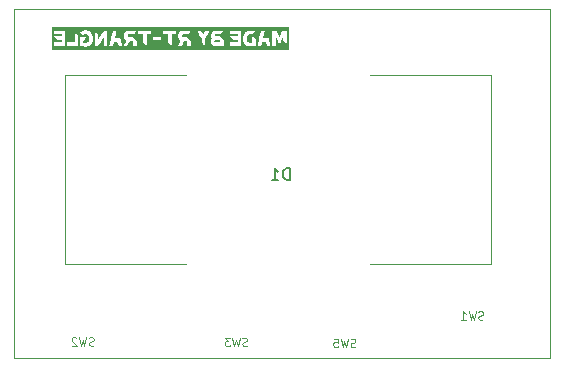
<source format=gbr>
%TF.GenerationSoftware,KiCad,Pcbnew,7.0.6*%
%TF.CreationDate,2024-03-03T22:58:42+08:00*%
%TF.ProjectId,Digital Clock,44696769-7461-46c2-9043-6c6f636b2e6b,_____*%
%TF.SameCoordinates,Original*%
%TF.FileFunction,Legend,Bot*%
%TF.FilePolarity,Positive*%
%FSLAX46Y46*%
G04 Gerber Fmt 4.6, Leading zero omitted, Abs format (unit mm)*
G04 Created by KiCad (PCBNEW 7.0.6) date 2024-03-03 22:58:42*
%MOMM*%
%LPD*%
G01*
G04 APERTURE LIST*
%ADD10C,0.100000*%
%ADD11C,0.150000*%
%ADD12C,0.120000*%
%ADD13C,0.650000*%
%ADD14O,2.090000X0.930000*%
%ADD15R,0.600000X1.200000*%
%ADD16R,0.650000X1.300000*%
%ADD17R,0.400000X0.650000*%
%ADD18C,1.000000*%
%ADD19R,2.200000X2.450000*%
%TA.AperFunction,Profile*%
%ADD20C,0.100000*%
%TD*%
G04 APERTURE END LIST*
D10*
X50158533Y-47859500D02*
X50058533Y-47892833D01*
X50058533Y-47892833D02*
X49891867Y-47892833D01*
X49891867Y-47892833D02*
X49825200Y-47859500D01*
X49825200Y-47859500D02*
X49791867Y-47826166D01*
X49791867Y-47826166D02*
X49758533Y-47759500D01*
X49758533Y-47759500D02*
X49758533Y-47692833D01*
X49758533Y-47692833D02*
X49791867Y-47626166D01*
X49791867Y-47626166D02*
X49825200Y-47592833D01*
X49825200Y-47592833D02*
X49891867Y-47559500D01*
X49891867Y-47559500D02*
X50025200Y-47526166D01*
X50025200Y-47526166D02*
X50091867Y-47492833D01*
X50091867Y-47492833D02*
X50125200Y-47459500D01*
X50125200Y-47459500D02*
X50158533Y-47392833D01*
X50158533Y-47392833D02*
X50158533Y-47326166D01*
X50158533Y-47326166D02*
X50125200Y-47259500D01*
X50125200Y-47259500D02*
X50091867Y-47226166D01*
X50091867Y-47226166D02*
X50025200Y-47192833D01*
X50025200Y-47192833D02*
X49858533Y-47192833D01*
X49858533Y-47192833D02*
X49758533Y-47226166D01*
X49525200Y-47192833D02*
X49358533Y-47892833D01*
X49358533Y-47892833D02*
X49225200Y-47392833D01*
X49225200Y-47392833D02*
X49091866Y-47892833D01*
X49091866Y-47892833D02*
X48925200Y-47192833D01*
X48691866Y-47259500D02*
X48658533Y-47226166D01*
X48658533Y-47226166D02*
X48591866Y-47192833D01*
X48591866Y-47192833D02*
X48425200Y-47192833D01*
X48425200Y-47192833D02*
X48358533Y-47226166D01*
X48358533Y-47226166D02*
X48325200Y-47259500D01*
X48325200Y-47259500D02*
X48291866Y-47326166D01*
X48291866Y-47326166D02*
X48291866Y-47392833D01*
X48291866Y-47392833D02*
X48325200Y-47492833D01*
X48325200Y-47492833D02*
X48725200Y-47892833D01*
X48725200Y-47892833D02*
X48291866Y-47892833D01*
X72307333Y-47961100D02*
X72207333Y-47994433D01*
X72207333Y-47994433D02*
X72040667Y-47994433D01*
X72040667Y-47994433D02*
X71974000Y-47961100D01*
X71974000Y-47961100D02*
X71940667Y-47927766D01*
X71940667Y-47927766D02*
X71907333Y-47861100D01*
X71907333Y-47861100D02*
X71907333Y-47794433D01*
X71907333Y-47794433D02*
X71940667Y-47727766D01*
X71940667Y-47727766D02*
X71974000Y-47694433D01*
X71974000Y-47694433D02*
X72040667Y-47661100D01*
X72040667Y-47661100D02*
X72174000Y-47627766D01*
X72174000Y-47627766D02*
X72240667Y-47594433D01*
X72240667Y-47594433D02*
X72274000Y-47561100D01*
X72274000Y-47561100D02*
X72307333Y-47494433D01*
X72307333Y-47494433D02*
X72307333Y-47427766D01*
X72307333Y-47427766D02*
X72274000Y-47361100D01*
X72274000Y-47361100D02*
X72240667Y-47327766D01*
X72240667Y-47327766D02*
X72174000Y-47294433D01*
X72174000Y-47294433D02*
X72007333Y-47294433D01*
X72007333Y-47294433D02*
X71907333Y-47327766D01*
X71674000Y-47294433D02*
X71507333Y-47994433D01*
X71507333Y-47994433D02*
X71374000Y-47494433D01*
X71374000Y-47494433D02*
X71240666Y-47994433D01*
X71240666Y-47994433D02*
X71074000Y-47294433D01*
X70474000Y-47294433D02*
X70807333Y-47294433D01*
X70807333Y-47294433D02*
X70840666Y-47627766D01*
X70840666Y-47627766D02*
X70807333Y-47594433D01*
X70807333Y-47594433D02*
X70740666Y-47561100D01*
X70740666Y-47561100D02*
X70574000Y-47561100D01*
X70574000Y-47561100D02*
X70507333Y-47594433D01*
X70507333Y-47594433D02*
X70474000Y-47627766D01*
X70474000Y-47627766D02*
X70440666Y-47694433D01*
X70440666Y-47694433D02*
X70440666Y-47861100D01*
X70440666Y-47861100D02*
X70474000Y-47927766D01*
X70474000Y-47927766D02*
X70507333Y-47961100D01*
X70507333Y-47961100D02*
X70574000Y-47994433D01*
X70574000Y-47994433D02*
X70740666Y-47994433D01*
X70740666Y-47994433D02*
X70807333Y-47961100D01*
X70807333Y-47961100D02*
X70840666Y-47927766D01*
D11*
X66748094Y-33854819D02*
X66748094Y-32854819D01*
X66748094Y-32854819D02*
X66509999Y-32854819D01*
X66509999Y-32854819D02*
X66367142Y-32902438D01*
X66367142Y-32902438D02*
X66271904Y-32997676D01*
X66271904Y-32997676D02*
X66224285Y-33092914D01*
X66224285Y-33092914D02*
X66176666Y-33283390D01*
X66176666Y-33283390D02*
X66176666Y-33426247D01*
X66176666Y-33426247D02*
X66224285Y-33616723D01*
X66224285Y-33616723D02*
X66271904Y-33711961D01*
X66271904Y-33711961D02*
X66367142Y-33807200D01*
X66367142Y-33807200D02*
X66509999Y-33854819D01*
X66509999Y-33854819D02*
X66748094Y-33854819D01*
X65224285Y-33854819D02*
X65795713Y-33854819D01*
X65509999Y-33854819D02*
X65509999Y-32854819D01*
X65509999Y-32854819D02*
X65605237Y-32997676D01*
X65605237Y-32997676D02*
X65700475Y-33092914D01*
X65700475Y-33092914D02*
X65795713Y-33140533D01*
D10*
X83127733Y-45649700D02*
X83027733Y-45683033D01*
X83027733Y-45683033D02*
X82861067Y-45683033D01*
X82861067Y-45683033D02*
X82794400Y-45649700D01*
X82794400Y-45649700D02*
X82761067Y-45616366D01*
X82761067Y-45616366D02*
X82727733Y-45549700D01*
X82727733Y-45549700D02*
X82727733Y-45483033D01*
X82727733Y-45483033D02*
X82761067Y-45416366D01*
X82761067Y-45416366D02*
X82794400Y-45383033D01*
X82794400Y-45383033D02*
X82861067Y-45349700D01*
X82861067Y-45349700D02*
X82994400Y-45316366D01*
X82994400Y-45316366D02*
X83061067Y-45283033D01*
X83061067Y-45283033D02*
X83094400Y-45249700D01*
X83094400Y-45249700D02*
X83127733Y-45183033D01*
X83127733Y-45183033D02*
X83127733Y-45116366D01*
X83127733Y-45116366D02*
X83094400Y-45049700D01*
X83094400Y-45049700D02*
X83061067Y-45016366D01*
X83061067Y-45016366D02*
X82994400Y-44983033D01*
X82994400Y-44983033D02*
X82827733Y-44983033D01*
X82827733Y-44983033D02*
X82727733Y-45016366D01*
X82494400Y-44983033D02*
X82327733Y-45683033D01*
X82327733Y-45683033D02*
X82194400Y-45183033D01*
X82194400Y-45183033D02*
X82061066Y-45683033D01*
X82061066Y-45683033D02*
X81894400Y-44983033D01*
X81261066Y-45683033D02*
X81661066Y-45683033D01*
X81461066Y-45683033D02*
X81461066Y-44983033D01*
X81461066Y-44983033D02*
X81527733Y-45083033D01*
X81527733Y-45083033D02*
X81594400Y-45149700D01*
X81594400Y-45149700D02*
X81661066Y-45183033D01*
X63137933Y-47884900D02*
X63037933Y-47918233D01*
X63037933Y-47918233D02*
X62871267Y-47918233D01*
X62871267Y-47918233D02*
X62804600Y-47884900D01*
X62804600Y-47884900D02*
X62771267Y-47851566D01*
X62771267Y-47851566D02*
X62737933Y-47784900D01*
X62737933Y-47784900D02*
X62737933Y-47718233D01*
X62737933Y-47718233D02*
X62771267Y-47651566D01*
X62771267Y-47651566D02*
X62804600Y-47618233D01*
X62804600Y-47618233D02*
X62871267Y-47584900D01*
X62871267Y-47584900D02*
X63004600Y-47551566D01*
X63004600Y-47551566D02*
X63071267Y-47518233D01*
X63071267Y-47518233D02*
X63104600Y-47484900D01*
X63104600Y-47484900D02*
X63137933Y-47418233D01*
X63137933Y-47418233D02*
X63137933Y-47351566D01*
X63137933Y-47351566D02*
X63104600Y-47284900D01*
X63104600Y-47284900D02*
X63071267Y-47251566D01*
X63071267Y-47251566D02*
X63004600Y-47218233D01*
X63004600Y-47218233D02*
X62837933Y-47218233D01*
X62837933Y-47218233D02*
X62737933Y-47251566D01*
X62504600Y-47218233D02*
X62337933Y-47918233D01*
X62337933Y-47918233D02*
X62204600Y-47418233D01*
X62204600Y-47418233D02*
X62071266Y-47918233D01*
X62071266Y-47918233D02*
X61904600Y-47218233D01*
X61704600Y-47218233D02*
X61271266Y-47218233D01*
X61271266Y-47218233D02*
X61504600Y-47484900D01*
X61504600Y-47484900D02*
X61404600Y-47484900D01*
X61404600Y-47484900D02*
X61337933Y-47518233D01*
X61337933Y-47518233D02*
X61304600Y-47551566D01*
X61304600Y-47551566D02*
X61271266Y-47618233D01*
X61271266Y-47618233D02*
X61271266Y-47784900D01*
X61271266Y-47784900D02*
X61304600Y-47851566D01*
X61304600Y-47851566D02*
X61337933Y-47884900D01*
X61337933Y-47884900D02*
X61404600Y-47918233D01*
X61404600Y-47918233D02*
X61604600Y-47918233D01*
X61604600Y-47918233D02*
X61671266Y-47884900D01*
X61671266Y-47884900D02*
X61704600Y-47851566D01*
D12*
%TO.C,D1*%
X83760000Y-40970000D02*
X73560000Y-40970000D01*
X83760000Y-24970000D02*
X83760000Y-40970000D01*
X83760000Y-24970000D02*
X73560000Y-24970000D01*
X57960000Y-40970000D02*
X47760000Y-40970000D01*
X57960000Y-24970000D02*
X47760000Y-24970000D01*
X47760000Y-24970000D02*
X47760000Y-40970000D01*
%TO.C,G1*%
G36*
X60870527Y-22213117D02*
G01*
X60664386Y-22212107D01*
X60458246Y-22211097D01*
X60438714Y-22201935D01*
X60426894Y-22195575D01*
X60406256Y-22179392D01*
X60390774Y-22159625D01*
X60381045Y-22137149D01*
X60377669Y-22112838D01*
X60378493Y-22100744D01*
X60385058Y-22077223D01*
X60397683Y-22055966D01*
X60415768Y-22037847D01*
X60438714Y-22023740D01*
X60458246Y-22014579D01*
X60664386Y-22013569D01*
X60870527Y-22012559D01*
X60870527Y-22213117D01*
G37*
G36*
X66660000Y-22347799D02*
G01*
X66660000Y-22525468D01*
X66660000Y-22869083D01*
X46660000Y-22869083D01*
X46660000Y-22525176D01*
X46814386Y-22525176D01*
X47751229Y-22525176D01*
X47895088Y-22525176D01*
X48835439Y-22525176D01*
X48975790Y-22525176D01*
X49085875Y-22525176D01*
X49104549Y-22525192D01*
X49133294Y-22525322D01*
X49156233Y-22525607D01*
X49174148Y-22526081D01*
X49187818Y-22526779D01*
X49198024Y-22527732D01*
X49205545Y-22528974D01*
X49211162Y-22530540D01*
X49223596Y-22534136D01*
X49242268Y-22538334D01*
X49265456Y-22542748D01*
X49291897Y-22547153D01*
X49320324Y-22551325D01*
X49349474Y-22555039D01*
X49360659Y-22556249D01*
X49387322Y-22558511D01*
X49416233Y-22560270D01*
X49445856Y-22561486D01*
X49474652Y-22562117D01*
X49501083Y-22562125D01*
X49523613Y-22561466D01*
X49540702Y-22560102D01*
X49564272Y-22556778D01*
X49628895Y-22543415D01*
X49689643Y-22524254D01*
X49746704Y-22499205D01*
X49800265Y-22468177D01*
X49850514Y-22431079D01*
X49897637Y-22387822D01*
X49904947Y-22380270D01*
X49948163Y-22329831D01*
X49985826Y-22275206D01*
X50017872Y-22216567D01*
X50044235Y-22154086D01*
X50064852Y-22087935D01*
X50079657Y-22018286D01*
X50088588Y-21945311D01*
X50091579Y-21869182D01*
X50235439Y-21869182D01*
X50235439Y-22525250D01*
X50386562Y-22524336D01*
X50537684Y-22523421D01*
X50776912Y-22134952D01*
X51016141Y-21746483D01*
X51017033Y-22135829D01*
X51017926Y-22525176D01*
X51323158Y-22525176D01*
X51466200Y-22525176D01*
X51781548Y-22525176D01*
X51823078Y-22350590D01*
X51825128Y-22341976D01*
X51833202Y-22308084D01*
X51840825Y-22276147D01*
X51847831Y-22246861D01*
X51854052Y-22220921D01*
X51859321Y-22199025D01*
X51863470Y-22181869D01*
X51866333Y-22170149D01*
X51867743Y-22164562D01*
X51870877Y-22153119D01*
X52020608Y-22154034D01*
X52170338Y-22154949D01*
X52258246Y-22525159D01*
X52415644Y-22525167D01*
X52573042Y-22525176D01*
X52684170Y-22525176D01*
X52836121Y-22525061D01*
X52988071Y-22524947D01*
X53215103Y-22093537D01*
X53498597Y-22093537D01*
X53498597Y-22525176D01*
X53800351Y-22525176D01*
X57263118Y-22525176D01*
X57567018Y-22524970D01*
X57680530Y-22309253D01*
X57794042Y-22093537D01*
X58077544Y-22093537D01*
X58077544Y-22525176D01*
X58379299Y-22525176D01*
X58379299Y-22094869D01*
X58234759Y-21938041D01*
X58090220Y-21781213D01*
X57900406Y-21781213D01*
X57856295Y-21781193D01*
X57818596Y-21781102D01*
X57786702Y-21780890D01*
X57760009Y-21780511D01*
X57737909Y-21779914D01*
X57719798Y-21779053D01*
X57705069Y-21777878D01*
X57693116Y-21776341D01*
X57683334Y-21774395D01*
X57675117Y-21771990D01*
X57667858Y-21769079D01*
X57660953Y-21765613D01*
X57653794Y-21761543D01*
X57643343Y-21754389D01*
X57625412Y-21736297D01*
X57611287Y-21713981D01*
X57601437Y-21688814D01*
X57596327Y-21662171D01*
X57596426Y-21635423D01*
X57602200Y-21609945D01*
X57604520Y-21604038D01*
X57617797Y-21580424D01*
X57635833Y-21559484D01*
X57657190Y-21542661D01*
X57680431Y-21531399D01*
X57682793Y-21530829D01*
X57689889Y-21529930D01*
X57701141Y-21529119D01*
X57716907Y-21528387D01*
X57737546Y-21527726D01*
X57763414Y-21527127D01*
X57794869Y-21526580D01*
X57832269Y-21526077D01*
X57875972Y-21525607D01*
X57926334Y-21525163D01*
X58159334Y-21523283D01*
X58255314Y-21388176D01*
X58272313Y-21364246D01*
X58291615Y-21337067D01*
X58309724Y-21311561D01*
X58326162Y-21288404D01*
X58340450Y-21268268D01*
X58352109Y-21251830D01*
X58360660Y-21239764D01*
X58365625Y-21232744D01*
X58378428Y-21214583D01*
X58919650Y-21214583D01*
X58919685Y-21214687D01*
X58921810Y-21218826D01*
X58927058Y-21228667D01*
X58935214Y-21243811D01*
X58946062Y-21263862D01*
X58959386Y-21288423D01*
X58974971Y-21317096D01*
X58992601Y-21349485D01*
X59012059Y-21385194D01*
X59033130Y-21423824D01*
X59055598Y-21464980D01*
X59079246Y-21508263D01*
X59103860Y-21553278D01*
X59288071Y-21890041D01*
X59288073Y-22193551D01*
X59435721Y-22354977D01*
X59439768Y-22359400D01*
X59465658Y-22387703D01*
X59490119Y-22414437D01*
X59512737Y-22439151D01*
X59533099Y-22461393D01*
X59550791Y-22480712D01*
X59565400Y-22496657D01*
X59576513Y-22508777D01*
X59583716Y-22516621D01*
X59586597Y-22519736D01*
X59586728Y-22519690D01*
X59587274Y-22515265D01*
X59587776Y-22504190D01*
X59588231Y-22486763D01*
X59588635Y-22463284D01*
X59588985Y-22434051D01*
X59589279Y-22399364D01*
X59589513Y-22359523D01*
X59589684Y-22314826D01*
X59589789Y-22265572D01*
X59589825Y-22212062D01*
X59589825Y-21901053D01*
X59745956Y-21617798D01*
X60081232Y-21617798D01*
X60083975Y-21662580D01*
X60090462Y-21706120D01*
X60100629Y-21746493D01*
X60104765Y-21758499D01*
X60112514Y-21778036D01*
X60121660Y-21798793D01*
X60131288Y-21818805D01*
X60140480Y-21836107D01*
X60148320Y-21848732D01*
X60148970Y-21849664D01*
X60153079Y-21856785D01*
X60154135Y-21861100D01*
X60153830Y-21861702D01*
X60150741Y-21867144D01*
X60145236Y-21876529D01*
X60138259Y-21888246D01*
X60124993Y-21912699D01*
X60107045Y-21955527D01*
X60093284Y-22002076D01*
X60084205Y-22050859D01*
X60082635Y-22067958D01*
X60081778Y-22091469D01*
X60081811Y-22117712D01*
X60082668Y-22144743D01*
X60084285Y-22170614D01*
X60086597Y-22193381D01*
X60089540Y-22211097D01*
X60097500Y-22242168D01*
X60115681Y-22293257D01*
X60139091Y-22339914D01*
X60167538Y-22381938D01*
X60200833Y-22419129D01*
X60238782Y-22451283D01*
X60281196Y-22478200D01*
X60327882Y-22499679D01*
X60378649Y-22515517D01*
X60382396Y-22516422D01*
X60387252Y-22517501D01*
X60392402Y-22518457D01*
X60398267Y-22519301D01*
X60405266Y-22520040D01*
X60413820Y-22520685D01*
X60424349Y-22521243D01*
X60437274Y-22521724D01*
X60453013Y-22522136D01*
X60471989Y-22522489D01*
X60494620Y-22522791D01*
X60521328Y-22523051D01*
X60552532Y-22523279D01*
X60588652Y-22523482D01*
X60630109Y-22523671D01*
X60677323Y-22523853D01*
X60730714Y-22524038D01*
X60790702Y-22524234D01*
X61172281Y-22525468D01*
X61172281Y-22013020D01*
X61029165Y-21857638D01*
X60886049Y-21702255D01*
X60672148Y-21700360D01*
X60648254Y-21700142D01*
X60605650Y-21699707D01*
X60569313Y-21699261D01*
X60538743Y-21698788D01*
X60513439Y-21698273D01*
X60492901Y-21697701D01*
X60476631Y-21697057D01*
X60464126Y-21696325D01*
X60454888Y-21695491D01*
X60448416Y-21694538D01*
X60444211Y-21693453D01*
X60431984Y-21687115D01*
X60417433Y-21675713D01*
X60403802Y-21661624D01*
X60392898Y-21646742D01*
X60386530Y-21632964D01*
X60386135Y-21631502D01*
X60383272Y-21609770D01*
X60386791Y-21589779D01*
X60396904Y-21570907D01*
X60413823Y-21552530D01*
X60417067Y-21549580D01*
X60421915Y-21545200D01*
X60426537Y-21541427D01*
X60431451Y-21538211D01*
X60437173Y-21535503D01*
X60444221Y-21533254D01*
X60453112Y-21531414D01*
X60464364Y-21529935D01*
X60478495Y-21528766D01*
X60496020Y-21527859D01*
X60517459Y-21527165D01*
X60543328Y-21526635D01*
X60574145Y-21526218D01*
X60610426Y-21525866D01*
X60652690Y-21525530D01*
X60701454Y-21525160D01*
X60944662Y-21523283D01*
X61058069Y-21368875D01*
X61171477Y-21214468D01*
X60814861Y-21213469D01*
X60750148Y-21213326D01*
X60689191Y-21213272D01*
X60634055Y-21213311D01*
X60584888Y-21213444D01*
X60541840Y-21213668D01*
X60505061Y-21213983D01*
X60474701Y-21214388D01*
X60450909Y-21214881D01*
X60433835Y-21215463D01*
X60423628Y-21216130D01*
X60410981Y-21217654D01*
X60407720Y-21218047D01*
X60368385Y-21225296D01*
X60332169Y-21236134D01*
X60296610Y-21251242D01*
X60267988Y-21266467D01*
X60226054Y-21294720D01*
X60189303Y-21327610D01*
X60157657Y-21365233D01*
X60131038Y-21407689D01*
X60109368Y-21455076D01*
X60092569Y-21507491D01*
X60087239Y-21532196D01*
X60082299Y-21573695D01*
X60081232Y-21617798D01*
X59745956Y-21617798D01*
X59775770Y-21563708D01*
X59779453Y-21557027D01*
X59804212Y-21512106D01*
X59828027Y-21468895D01*
X59850675Y-21427797D01*
X59871935Y-21389215D01*
X59891585Y-21353552D01*
X59909401Y-21321212D01*
X59925163Y-21292598D01*
X59938647Y-21268114D01*
X59949632Y-21248162D01*
X59957895Y-21233147D01*
X59963214Y-21223471D01*
X59965367Y-21219538D01*
X59965596Y-21219100D01*
X59966092Y-21217654D01*
X59965635Y-21216445D01*
X59963672Y-21215452D01*
X59959652Y-21214653D01*
X59953025Y-21214029D01*
X59943239Y-21213558D01*
X59929743Y-21213219D01*
X59911986Y-21212991D01*
X59889415Y-21212853D01*
X59861481Y-21212785D01*
X59827632Y-21212765D01*
X59787317Y-21212773D01*
X59605615Y-21212832D01*
X59524913Y-21360074D01*
X59524369Y-21361065D01*
X59508214Y-21390470D01*
X59493082Y-21417888D01*
X59479305Y-21442724D01*
X59467219Y-21464379D01*
X59457157Y-21482259D01*
X59449453Y-21495767D01*
X59444442Y-21504306D01*
X59442457Y-21507280D01*
X59442456Y-21507280D01*
X59440479Y-21504281D01*
X59435499Y-21495709D01*
X59427848Y-21482164D01*
X59417860Y-21464246D01*
X59405868Y-21442556D01*
X59392206Y-21417694D01*
X59377206Y-21390261D01*
X59361201Y-21360857D01*
X59281700Y-21214468D01*
X59100675Y-21213559D01*
X59088399Y-21213502D01*
X59054189Y-21213391D01*
X59022419Y-21213357D01*
X58993742Y-21213398D01*
X58968813Y-21213509D01*
X58948285Y-21213687D01*
X58932812Y-21213927D01*
X58923049Y-21214227D01*
X58919650Y-21214583D01*
X58378428Y-21214583D01*
X58379746Y-21212714D01*
X61712632Y-21212714D01*
X61712632Y-21525037D01*
X62347720Y-21525037D01*
X62347720Y-21693445D01*
X62030684Y-21694340D01*
X61713648Y-21695236D01*
X61854368Y-21850468D01*
X61995088Y-22005699D01*
X62169650Y-22005752D01*
X62344211Y-22005806D01*
X62344211Y-22212852D01*
X61712632Y-22212852D01*
X61712632Y-22525176D01*
X62649474Y-22525176D01*
X62649474Y-21853282D01*
X62793495Y-21853282D01*
X62795523Y-21931138D01*
X62804336Y-22008482D01*
X62819933Y-22084673D01*
X62823811Y-22099488D01*
X62844116Y-22163299D01*
X62869024Y-22222658D01*
X62898319Y-22277353D01*
X62931785Y-22327170D01*
X62969203Y-22371897D01*
X63010357Y-22411319D01*
X63055031Y-22445225D01*
X63103006Y-22473400D01*
X63154066Y-22495631D01*
X63207994Y-22511707D01*
X63264573Y-22521412D01*
X63265712Y-22521529D01*
X63277199Y-22522261D01*
X63295393Y-22522919D01*
X63320025Y-22523499D01*
X63350825Y-22523998D01*
X63387525Y-22524414D01*
X63429855Y-22524742D01*
X63477546Y-22524981D01*
X63530328Y-22525126D01*
X63587932Y-22525176D01*
X63877544Y-22525176D01*
X64020586Y-22525176D01*
X64335934Y-22525176D01*
X64377464Y-22350590D01*
X64379514Y-22341976D01*
X64387588Y-22308084D01*
X64395211Y-22276147D01*
X64402217Y-22246861D01*
X64408438Y-22220921D01*
X64413706Y-22199025D01*
X64417856Y-22181869D01*
X64420719Y-22170149D01*
X64422129Y-22164562D01*
X64425263Y-22153119D01*
X64574994Y-22154034D01*
X64724724Y-22154949D01*
X64812632Y-22525159D01*
X64970030Y-22525167D01*
X65127428Y-22525176D01*
X65270527Y-22525176D01*
X65575759Y-22525176D01*
X65576652Y-22136403D01*
X65577544Y-21747631D01*
X65729869Y-22074114D01*
X65745958Y-22108587D01*
X65766376Y-22152300D01*
X65785823Y-22193894D01*
X65804100Y-22232945D01*
X65821006Y-22269029D01*
X65836343Y-22301720D01*
X65849911Y-22330596D01*
X65861512Y-22355231D01*
X65870946Y-22375202D01*
X65878014Y-22390083D01*
X65882517Y-22399452D01*
X65884255Y-22402882D01*
X65885447Y-22401069D01*
X65889424Y-22393394D01*
X65895988Y-22380101D01*
X65904942Y-22361608D01*
X65916088Y-22338330D01*
X65929229Y-22310683D01*
X65944169Y-22279083D01*
X65960710Y-22243946D01*
X65978655Y-22205687D01*
X65997808Y-22164722D01*
X66017971Y-22121468D01*
X66038948Y-22076340D01*
X66191579Y-21747513D01*
X66193334Y-21882914D01*
X66195088Y-22018315D01*
X66338555Y-22174364D01*
X66363795Y-22201812D01*
X66388512Y-22228681D01*
X66411567Y-22253735D01*
X66432520Y-22276493D01*
X66450929Y-22296478D01*
X66466354Y-22313210D01*
X66478353Y-22326212D01*
X66486485Y-22335003D01*
X66490310Y-22339105D01*
X66498597Y-22347799D01*
X66498597Y-21212651D01*
X66315923Y-21213560D01*
X66133249Y-21214468D01*
X66010654Y-21479248D01*
X65999687Y-21502920D01*
X65981337Y-21542466D01*
X65963926Y-21579914D01*
X65947674Y-21614788D01*
X65932806Y-21646614D01*
X65919544Y-21674918D01*
X65908111Y-21699224D01*
X65898728Y-21719057D01*
X65891619Y-21733942D01*
X65887007Y-21743406D01*
X65885114Y-21746972D01*
X65884203Y-21745927D01*
X65880537Y-21739342D01*
X65874319Y-21727133D01*
X65865766Y-21709761D01*
X65855098Y-21687684D01*
X65842534Y-21661364D01*
X65828293Y-21631259D01*
X65812594Y-21597830D01*
X65795657Y-21561536D01*
X65777700Y-21522837D01*
X65758943Y-21482193D01*
X65635716Y-21214468D01*
X65453121Y-21213560D01*
X65270527Y-21212651D01*
X65270527Y-22525176D01*
X65127428Y-22525176D01*
X65124997Y-22515525D01*
X65124895Y-22515114D01*
X65123448Y-22509071D01*
X65120530Y-22496787D01*
X65116258Y-22478752D01*
X65110747Y-22455459D01*
X65104115Y-22427401D01*
X65096476Y-22395069D01*
X65087949Y-22358956D01*
X65078648Y-22319553D01*
X65068691Y-22277354D01*
X65058193Y-22232849D01*
X65047270Y-22186532D01*
X65045244Y-22177938D01*
X65034362Y-22131810D01*
X65023906Y-22087520D01*
X65013994Y-22045567D01*
X65004745Y-22006452D01*
X64996276Y-21970674D01*
X64988706Y-21938731D01*
X64982154Y-21911124D01*
X64976737Y-21888351D01*
X64972575Y-21870911D01*
X64969784Y-21859304D01*
X64968484Y-21854030D01*
X64964993Y-21840871D01*
X64497720Y-21840871D01*
X64499702Y-21831220D01*
X64500272Y-21828660D01*
X64502386Y-21819509D01*
X64505870Y-21804591D01*
X64510582Y-21784504D01*
X64516380Y-21759849D01*
X64523122Y-21731226D01*
X64530667Y-21699235D01*
X64538872Y-21664475D01*
X64547595Y-21627548D01*
X64556694Y-21589051D01*
X64566028Y-21549587D01*
X64575454Y-21509753D01*
X64584830Y-21470152D01*
X64594015Y-21431381D01*
X64602866Y-21394042D01*
X64611241Y-21358735D01*
X64618998Y-21326059D01*
X64625996Y-21296613D01*
X64632093Y-21271000D01*
X64637145Y-21249817D01*
X64641013Y-21233665D01*
X64643552Y-21223144D01*
X64644622Y-21218855D01*
X64644752Y-21217520D01*
X64643846Y-21216290D01*
X64641265Y-21215289D01*
X64636415Y-21214494D01*
X64628704Y-21213881D01*
X64617536Y-21213427D01*
X64602320Y-21213107D01*
X64582460Y-21212900D01*
X64557364Y-21212781D01*
X64526438Y-21212726D01*
X64489088Y-21212714D01*
X64331737Y-21212714D01*
X64177724Y-21861049D01*
X64162178Y-21926498D01*
X64146891Y-21990871D01*
X64132107Y-22053134D01*
X64117908Y-22112952D01*
X64104373Y-22169987D01*
X64091581Y-22223902D01*
X64079613Y-22274360D01*
X64068548Y-22321023D01*
X64058467Y-22363555D01*
X64049449Y-22401618D01*
X64041574Y-22434875D01*
X64034923Y-22462990D01*
X64029575Y-22485625D01*
X64025610Y-22502443D01*
X64023107Y-22513107D01*
X64022148Y-22517280D01*
X64020586Y-22525176D01*
X63877544Y-22525176D01*
X63877338Y-22220748D01*
X63877131Y-21916320D01*
X63591579Y-21607098D01*
X63589787Y-22219870D01*
X63472943Y-22219870D01*
X63438103Y-22219788D01*
X63409454Y-22219528D01*
X63386192Y-22219060D01*
X63367511Y-22218355D01*
X63352606Y-22217381D01*
X63340673Y-22216109D01*
X63330905Y-22214508D01*
X63320811Y-22212131D01*
X63294700Y-22203317D01*
X63267390Y-22190967D01*
X63241332Y-22176266D01*
X63218979Y-22160400D01*
X63218725Y-22160193D01*
X63189797Y-22132215D01*
X63164314Y-22098838D01*
X63142593Y-22060941D01*
X63124950Y-22019401D01*
X63111702Y-21975095D01*
X63103164Y-21928901D01*
X63099653Y-21881698D01*
X63101485Y-21834361D01*
X63103085Y-21819990D01*
X63112356Y-21768142D01*
X63126605Y-21720436D01*
X63145675Y-21677138D01*
X63169408Y-21638516D01*
X63197648Y-21604835D01*
X63230237Y-21576364D01*
X63267018Y-21553368D01*
X63271737Y-21550919D01*
X63282342Y-21545538D01*
X63292016Y-21541041D01*
X63301481Y-21537340D01*
X63311460Y-21534348D01*
X63322675Y-21531975D01*
X63335850Y-21530133D01*
X63351706Y-21528734D01*
X63370966Y-21527690D01*
X63394353Y-21526911D01*
X63422590Y-21526310D01*
X63456398Y-21525797D01*
X63496500Y-21525286D01*
X63657562Y-21523283D01*
X63767201Y-21368875D01*
X63876841Y-21214468D01*
X63592105Y-21213417D01*
X63582315Y-21213381D01*
X63527123Y-21213206D01*
X63478358Y-21213116D01*
X63435516Y-21213128D01*
X63398089Y-21213262D01*
X63365573Y-21213538D01*
X63337461Y-21213974D01*
X63313248Y-21214589D01*
X63292428Y-21215403D01*
X63274495Y-21216434D01*
X63258943Y-21217703D01*
X63245266Y-21219227D01*
X63232958Y-21221026D01*
X63221515Y-21223120D01*
X63210429Y-21225526D01*
X63199195Y-21228265D01*
X63197683Y-21228652D01*
X63143890Y-21246037D01*
X63093095Y-21269623D01*
X63045509Y-21299174D01*
X63001340Y-21334454D01*
X62960802Y-21375227D01*
X62924104Y-21421257D01*
X62891457Y-21472307D01*
X62863073Y-21528141D01*
X62839161Y-21588522D01*
X62819933Y-21653216D01*
X62809792Y-21698598D01*
X62798251Y-21775555D01*
X62793495Y-21853282D01*
X62649474Y-21853282D01*
X62649474Y-21212714D01*
X61712632Y-21212714D01*
X58379746Y-21212714D01*
X58379955Y-21212417D01*
X58003311Y-21213655D01*
X57965185Y-21213781D01*
X57909785Y-21213971D01*
X57860714Y-21214155D01*
X57817548Y-21214342D01*
X57779865Y-21214542D01*
X57747240Y-21214762D01*
X57719251Y-21215013D01*
X57695474Y-21215304D01*
X57675485Y-21215643D01*
X57658862Y-21216039D01*
X57645181Y-21216502D01*
X57634018Y-21217040D01*
X57624951Y-21217663D01*
X57617555Y-21218380D01*
X57611408Y-21219200D01*
X57606087Y-21220132D01*
X57601166Y-21221184D01*
X57596225Y-21222367D01*
X57559810Y-21233248D01*
X57513517Y-21253240D01*
X57470721Y-21279043D01*
X57431778Y-21310319D01*
X57397044Y-21346728D01*
X57366878Y-21387933D01*
X57341634Y-21433594D01*
X57321670Y-21483371D01*
X57320679Y-21486362D01*
X57312884Y-21510946D01*
X57309010Y-21525037D01*
X57306962Y-21532484D01*
X57302665Y-21552651D01*
X57299750Y-21573123D01*
X57297972Y-21595576D01*
X57297084Y-21621685D01*
X57296843Y-21653125D01*
X57297086Y-21684419D01*
X57297977Y-21710439D01*
X57299750Y-21732755D01*
X57302642Y-21753022D01*
X57306890Y-21772893D01*
X57312729Y-21794021D01*
X57320395Y-21818060D01*
X57337406Y-21862459D01*
X57361069Y-21908640D01*
X57389460Y-21949962D01*
X57422972Y-21986915D01*
X57462001Y-22019989D01*
X57506939Y-22049671D01*
X57507838Y-22050820D01*
X57507926Y-22053293D01*
X57506888Y-22057482D01*
X57504505Y-22063835D01*
X57500558Y-22072799D01*
X57494828Y-22084820D01*
X57487097Y-22100346D01*
X57477145Y-22119823D01*
X57464755Y-22143700D01*
X57449707Y-22172421D01*
X57431782Y-22206436D01*
X57410762Y-22246190D01*
X57393151Y-22279459D01*
X57374680Y-22314357D01*
X57356919Y-22347913D01*
X57340236Y-22379433D01*
X57324999Y-22408222D01*
X57311575Y-22433587D01*
X57300332Y-22454832D01*
X57291637Y-22471264D01*
X57285857Y-22482187D01*
X57263118Y-22525176D01*
X53800351Y-22525176D01*
X53800351Y-22094895D01*
X53511375Y-21781213D01*
X53321413Y-21781213D01*
X53277311Y-21781193D01*
X53239618Y-21781102D01*
X53207731Y-21780890D01*
X53181042Y-21780510D01*
X53158947Y-21779913D01*
X53140839Y-21779052D01*
X53126113Y-21777877D01*
X53114162Y-21776340D01*
X53104382Y-21774394D01*
X53096166Y-21771989D01*
X53088909Y-21769078D01*
X53082004Y-21765612D01*
X53074847Y-21761543D01*
X53064395Y-21754389D01*
X53046464Y-21736297D01*
X53032340Y-21713981D01*
X53022489Y-21688814D01*
X53017380Y-21662171D01*
X53017478Y-21635423D01*
X53023253Y-21609945D01*
X53025572Y-21604038D01*
X53038849Y-21580424D01*
X53056885Y-21559484D01*
X53078243Y-21542661D01*
X53101484Y-21531399D01*
X53103846Y-21530829D01*
X53110941Y-21529930D01*
X53122194Y-21529119D01*
X53137960Y-21528387D01*
X53158599Y-21527726D01*
X53184467Y-21527127D01*
X53215922Y-21526580D01*
X53253322Y-21526077D01*
X53297024Y-21525607D01*
X53347386Y-21525163D01*
X53363002Y-21525037D01*
X53944211Y-21525037D01*
X54330176Y-21525037D01*
X54330176Y-22194654D01*
X54469148Y-22346755D01*
X54490220Y-22369808D01*
X54514924Y-22396812D01*
X54538129Y-22422151D01*
X54559373Y-22445323D01*
X54578195Y-22465826D01*
X54594133Y-22483155D01*
X54606725Y-22496809D01*
X54615510Y-22506285D01*
X54620025Y-22511080D01*
X54631930Y-22523304D01*
X54631930Y-22019843D01*
X55207369Y-22019843D01*
X55888071Y-22019843D01*
X55888071Y-21756648D01*
X55207369Y-21756648D01*
X55207369Y-22019843D01*
X54631930Y-22019843D01*
X54631930Y-21525037D01*
X55031930Y-21525037D01*
X56063509Y-21525037D01*
X56449474Y-21525037D01*
X56449474Y-22019843D01*
X56449474Y-22194654D01*
X56588446Y-22346755D01*
X56609518Y-22369808D01*
X56634222Y-22396812D01*
X56657427Y-22422151D01*
X56678672Y-22445323D01*
X56697494Y-22465826D01*
X56713431Y-22483155D01*
X56726023Y-22496809D01*
X56734808Y-22506285D01*
X56739323Y-22511080D01*
X56751229Y-22523304D01*
X56751229Y-21525037D01*
X57151229Y-21525037D01*
X57151229Y-21212714D01*
X56063509Y-21212714D01*
X56063509Y-21525037D01*
X55031930Y-21525037D01*
X55031930Y-21212714D01*
X53944211Y-21212714D01*
X53944211Y-21525037D01*
X53363002Y-21525037D01*
X53580387Y-21523283D01*
X53676367Y-21388176D01*
X53693366Y-21364246D01*
X53712667Y-21337067D01*
X53730777Y-21311561D01*
X53747215Y-21288404D01*
X53761502Y-21268268D01*
X53773161Y-21251830D01*
X53781712Y-21239764D01*
X53786677Y-21232744D01*
X53801007Y-21212417D01*
X53424364Y-21213655D01*
X53386238Y-21213781D01*
X53330838Y-21213971D01*
X53281766Y-21214155D01*
X53238601Y-21214342D01*
X53200917Y-21214542D01*
X53168293Y-21214762D01*
X53140304Y-21215013D01*
X53116526Y-21215304D01*
X53096538Y-21215643D01*
X53079915Y-21216039D01*
X53066233Y-21216502D01*
X53055071Y-21217040D01*
X53046003Y-21217663D01*
X53038608Y-21218380D01*
X53032461Y-21219200D01*
X53027139Y-21220132D01*
X53022219Y-21221184D01*
X53017277Y-21222367D01*
X52980976Y-21233201D01*
X52934633Y-21253177D01*
X52891810Y-21278960D01*
X52852856Y-21310220D01*
X52818121Y-21346623D01*
X52787954Y-21387837D01*
X52762705Y-21433531D01*
X52742723Y-21483371D01*
X52741731Y-21486362D01*
X52733937Y-21510946D01*
X52728014Y-21532484D01*
X52723718Y-21552651D01*
X52720803Y-21573123D01*
X52719024Y-21595576D01*
X52718137Y-21621685D01*
X52717895Y-21653125D01*
X52718139Y-21684419D01*
X52719029Y-21710439D01*
X52720803Y-21732755D01*
X52723695Y-21753022D01*
X52727943Y-21772893D01*
X52733781Y-21794021D01*
X52741448Y-21818060D01*
X52758458Y-21862459D01*
X52782122Y-21908640D01*
X52810512Y-21949962D01*
X52844025Y-21986915D01*
X52883053Y-22019989D01*
X52927992Y-22049671D01*
X52928890Y-22050820D01*
X52928979Y-22053293D01*
X52927941Y-22057482D01*
X52925558Y-22063835D01*
X52921611Y-22072799D01*
X52915881Y-22084820D01*
X52908150Y-22100346D01*
X52898198Y-22119823D01*
X52885807Y-22143700D01*
X52870759Y-22172421D01*
X52852834Y-22206436D01*
X52831814Y-22246190D01*
X52814204Y-22279459D01*
X52795733Y-22314357D01*
X52777972Y-22347913D01*
X52761289Y-22379433D01*
X52746052Y-22408222D01*
X52732628Y-22433587D01*
X52721384Y-22454832D01*
X52712689Y-22471264D01*
X52706910Y-22482187D01*
X52684170Y-22525176D01*
X52573042Y-22525176D01*
X52570611Y-22515525D01*
X52570509Y-22515114D01*
X52569062Y-22509071D01*
X52566144Y-22496787D01*
X52561872Y-22478752D01*
X52556361Y-22455459D01*
X52549729Y-22427401D01*
X52542091Y-22395069D01*
X52533563Y-22358956D01*
X52524262Y-22319553D01*
X52514305Y-22277354D01*
X52503807Y-22232849D01*
X52492884Y-22186532D01*
X52490858Y-22177938D01*
X52479976Y-22131810D01*
X52469520Y-22087520D01*
X52459608Y-22045567D01*
X52450359Y-22006452D01*
X52441890Y-21970674D01*
X52434320Y-21938731D01*
X52427768Y-21911124D01*
X52422351Y-21888351D01*
X52418189Y-21870911D01*
X52415398Y-21859304D01*
X52414098Y-21854030D01*
X52410607Y-21840871D01*
X51943334Y-21840871D01*
X51945316Y-21831220D01*
X51945886Y-21828660D01*
X51948000Y-21819509D01*
X51951484Y-21804591D01*
X51956196Y-21784504D01*
X51961994Y-21759849D01*
X51968736Y-21731226D01*
X51976281Y-21699235D01*
X51984486Y-21664475D01*
X51993209Y-21627548D01*
X52002308Y-21589051D01*
X52011642Y-21549587D01*
X52021068Y-21509753D01*
X52030444Y-21470152D01*
X52039629Y-21431381D01*
X52048480Y-21394042D01*
X52056855Y-21358735D01*
X52064612Y-21326059D01*
X52071610Y-21296613D01*
X52077707Y-21271000D01*
X52082760Y-21249817D01*
X52086627Y-21233665D01*
X52089166Y-21223144D01*
X52090237Y-21218855D01*
X52090366Y-21217520D01*
X52089460Y-21216290D01*
X52086879Y-21215289D01*
X52082029Y-21214494D01*
X52074318Y-21213881D01*
X52063150Y-21213427D01*
X52047934Y-21213107D01*
X52028074Y-21212900D01*
X52002978Y-21212781D01*
X51972052Y-21212726D01*
X51934702Y-21212714D01*
X51777351Y-21212714D01*
X51623338Y-21861049D01*
X51607792Y-21926498D01*
X51592505Y-21990871D01*
X51577722Y-22053134D01*
X51563522Y-22112952D01*
X51549987Y-22169987D01*
X51537195Y-22223902D01*
X51525227Y-22274360D01*
X51514162Y-22321023D01*
X51504081Y-22363555D01*
X51495063Y-22401618D01*
X51487188Y-22434875D01*
X51480537Y-22462990D01*
X51475189Y-22485625D01*
X51471224Y-22502443D01*
X51468722Y-22513107D01*
X51467762Y-22517280D01*
X51466200Y-22525176D01*
X51323158Y-22525176D01*
X51323158Y-21212714D01*
X51018757Y-21212714D01*
X50780607Y-21599535D01*
X50542457Y-21986357D01*
X50541553Y-21768491D01*
X50540650Y-21550626D01*
X50398266Y-21393075D01*
X50373283Y-21365442D01*
X50348644Y-21338218D01*
X50325599Y-21312781D01*
X50304591Y-21289619D01*
X50286065Y-21269222D01*
X50270465Y-21252080D01*
X50258235Y-21238679D01*
X50249819Y-21229511D01*
X50245661Y-21225063D01*
X50235439Y-21214603D01*
X50235439Y-21869182D01*
X50091579Y-21869182D01*
X50091530Y-21859349D01*
X50087818Y-21785057D01*
X50078303Y-21713679D01*
X50063108Y-21645470D01*
X50042354Y-21580686D01*
X50016165Y-21519582D01*
X49984663Y-21462413D01*
X49947970Y-21409434D01*
X49906209Y-21360900D01*
X49859502Y-21317068D01*
X49807972Y-21278191D01*
X49790711Y-21267247D01*
X49762064Y-21251082D01*
X49731070Y-21235454D01*
X49700332Y-21221655D01*
X49672450Y-21210975D01*
X49615135Y-21194699D01*
X49555237Y-21183935D01*
X49494518Y-21178918D01*
X49433664Y-21179514D01*
X49373360Y-21185590D01*
X49314290Y-21197013D01*
X49257140Y-21213651D01*
X49202594Y-21235369D01*
X49151338Y-21262036D01*
X49104056Y-21293517D01*
X49061433Y-21329681D01*
X49031569Y-21358348D01*
X49114692Y-21447834D01*
X49128056Y-21462218D01*
X49148444Y-21484148D01*
X49167833Y-21504990D01*
X49185469Y-21523932D01*
X49200597Y-21540164D01*
X49212460Y-21552874D01*
X49220304Y-21561252D01*
X49242794Y-21585184D01*
X49265986Y-21563486D01*
X49293285Y-21540325D01*
X49324687Y-21519885D01*
X49357675Y-21505271D01*
X49393632Y-21495884D01*
X49433946Y-21491129D01*
X49449383Y-21490542D01*
X49495681Y-21493223D01*
X49540126Y-21502461D01*
X49582298Y-21517999D01*
X49621779Y-21539580D01*
X49658148Y-21566948D01*
X49690985Y-21599845D01*
X49719872Y-21638014D01*
X49744388Y-21681199D01*
X49752055Y-21697707D01*
X49767668Y-21738646D01*
X49778309Y-21780120D01*
X49784371Y-21823918D01*
X49786247Y-21871830D01*
X49784421Y-21916219D01*
X49777273Y-21967135D01*
X49764521Y-22014713D01*
X49745955Y-22059695D01*
X49721368Y-22102825D01*
X49696763Y-22136041D01*
X49663565Y-22170199D01*
X49625917Y-22198996D01*
X49584059Y-22222250D01*
X49538234Y-22239783D01*
X49533812Y-22241121D01*
X49522408Y-22244294D01*
X49511949Y-22246520D01*
X49500844Y-22247967D01*
X49487498Y-22248804D01*
X49470321Y-22249197D01*
X49447720Y-22249315D01*
X49437621Y-22249256D01*
X49402882Y-22247945D01*
X49369826Y-22245054D01*
X49339774Y-22240762D01*
X49314045Y-22235244D01*
X49293960Y-22228679D01*
X49281053Y-22223285D01*
X49281053Y-22070621D01*
X49395088Y-21915211D01*
X49408138Y-21897416D01*
X49428737Y-21869283D01*
X49447809Y-21843182D01*
X49464978Y-21819630D01*
X49479868Y-21799146D01*
X49492104Y-21782245D01*
X49501308Y-21769447D01*
X49507107Y-21761268D01*
X49509123Y-21758225D01*
X49509065Y-21758192D01*
X49504779Y-21757941D01*
X49494084Y-21757704D01*
X49477518Y-21757483D01*
X49455621Y-21757280D01*
X49428932Y-21757101D01*
X49397989Y-21756946D01*
X49363331Y-21756821D01*
X49325497Y-21756727D01*
X49285026Y-21756669D01*
X49242457Y-21756648D01*
X48975790Y-21756648D01*
X48975790Y-22525176D01*
X48835439Y-22525176D01*
X48835439Y-21549392D01*
X48683685Y-21382718D01*
X48531930Y-21216043D01*
X48531041Y-21714448D01*
X48530152Y-22212852D01*
X47895088Y-22212852D01*
X47895088Y-22525176D01*
X47751229Y-22525176D01*
X47751229Y-21212714D01*
X46814386Y-21212714D01*
X46814386Y-21525037D01*
X47449474Y-21525037D01*
X47449474Y-21693445D01*
X47132438Y-21694340D01*
X46815403Y-21695236D01*
X46956123Y-21850468D01*
X47096843Y-22005699D01*
X47271404Y-22005752D01*
X47445965Y-22005806D01*
X47445965Y-22212852D01*
X46814386Y-22212852D01*
X46814386Y-22525176D01*
X46660000Y-22525176D01*
X46660000Y-20910918D01*
X66660000Y-20910918D01*
X66660000Y-21212417D01*
X66660000Y-22347799D01*
G37*
%TD*%
%LPC*%
D13*
%TO.C,J1*%
X84237500Y-38760000D03*
X84237500Y-34760000D03*
D14*
X86337500Y-39590000D03*
X86337500Y-33910000D03*
%TD*%
D15*
%TO.C,SW2*%
X55206000Y-45720000D03*
X51756000Y-45720000D03*
D16*
X51116000Y-47560000D03*
D17*
X51636000Y-47880000D03*
X55316000Y-47890000D03*
D16*
X55836000Y-47570000D03*
D18*
X52656000Y-46920000D03*
X54356000Y-46920000D03*
%TD*%
D15*
%TO.C,SW5*%
X73790000Y-45540000D03*
X77240000Y-45540000D03*
D16*
X73150000Y-47380000D03*
D17*
X73670000Y-47700000D03*
X77350000Y-47710000D03*
D16*
X77870000Y-47390000D03*
D18*
X74690000Y-46740000D03*
X76390000Y-46740000D03*
%TD*%
D19*
%TO.C,D1*%
X72110000Y-25700000D03*
X64490000Y-25695000D03*
X61950000Y-25700000D03*
X59410000Y-40175000D03*
X69570000Y-25705000D03*
X59410000Y-25690000D03*
X64490000Y-40180000D03*
X69570000Y-40190000D03*
X72110000Y-40185000D03*
X67030000Y-25695000D03*
X61950000Y-40185000D03*
X67030000Y-40180000D03*
%TD*%
D15*
%TO.C,SW1*%
X80450000Y-45540000D03*
X83900000Y-45540000D03*
D16*
X79810000Y-47380000D03*
D17*
X80330000Y-47700000D03*
X84010000Y-47710000D03*
D16*
X84530000Y-47390000D03*
D18*
X81350000Y-46740000D03*
X83050000Y-46740000D03*
%TD*%
D15*
%TO.C,SW3*%
X64900000Y-45540000D03*
X68350000Y-45540000D03*
D16*
X64260000Y-47380000D03*
D17*
X64780000Y-47700000D03*
X68460000Y-47710000D03*
D16*
X68980000Y-47390000D03*
D18*
X65800000Y-46740000D03*
X67500000Y-46740000D03*
%TD*%
%LPD*%
D20*
X43410000Y-19400000D02*
X88800000Y-19400000D01*
X88800000Y-48900000D01*
X43410000Y-48900000D01*
X43410000Y-19400000D01*
M02*

</source>
